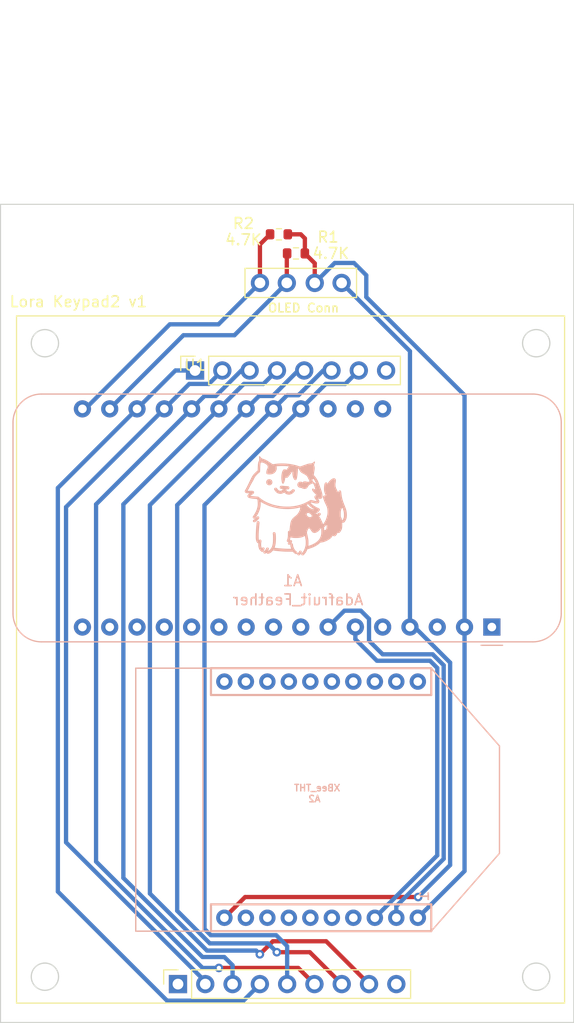
<source format=kicad_pcb>
(kicad_pcb (version 20221018) (generator pcbnew)
  (title_block (title "Lora Keypad2") (date "2023-08-30") (rev "v1"))
  (layers (0 "F.Cu" signal) (31 "B.Cu" signal) (34 "B.Paste" user) (35 "F.Paste" user) (36 "B.SilkS" user "B.Silkscreen") (37 "F.SilkS" user "F.Silkscreen") (38 "B.Mask" user) (39 "F.Mask" user) (44 "Edge.Cuts" user))
  (net 0 "")
  (net 2 "+3.3V")
  (net 4 "GND")
  (net 15 "I2C_SDA")
  (net 16 "I2C_SCL")
  (net 20 "TX")
  (net 21 "RX")
  (net 22 "C1")
  (net 23 "C2")
  (net 24 "C3")
  (net 25 "R1")
  (net 26 "R2")
  (net 27 "R3")
  (net 28 "R4")
  (footprint "Scotts:OLED-SSD1306-128X64-I2C-THT_2HOLE" (layer "F.Cu") (at 200.66 63.2 180)
    (fp_text reference "J1" hide)
    (fp_text value "OLED Conn" (at -0.254 -2.332) (layer "F.SilkS") (effects (font (size 0.8 0.8))))
    (pad "" np_thru_hole circle (at -11.65 0.5 180) (size 2.2 2.2) (drill 2.2) (layers "*.Cu" "*.Mask") (clearance 1.4))
    (pad "" np_thru_hole circle (at 11.65 0.5 180) (size 2.2 2.2) (drill 2.2) (layers "*.Cu" "*.Mask") (clearance 1.4))
    (pad "1" thru_hole circle (at 3.8 0 180) (size 1.7 1.7) (drill 1) (layers "*.Cu" "*.Mask") (net 15 "I2C_SDA"))
    (pad "2" thru_hole circle (at 1.3 0 180) (size 1.7 1.7) (drill 1) (layers "*.Cu" "*.Mask") (net 16 "I2C_SCL"))
    (pad "3" thru_hole circle (at -1.3 0 180) (size 1.7 1.7) (drill 1) (layers "*.Cu" "*.Mask") (net 2 "+3.3V"))
    (pad "4" thru_hole circle (at -3.8 0 180) (size 1.7 1.7) (drill 1) (layers "*.Cu" "*.Mask") (net 4 "GND"))
  )
  (footprint "Resistor_SMD:R_0603_1608Metric" (layer "F.Cu") (at 200.215 60.452 180)
    (fp_text reference "R1" (at -2.985 1.524) (layer "F.SilkS"))
    (fp_text value "4.7K" (at -3.239 0) (layer "F.SilkS"))
    (pad "1" smd roundrect (at -0.825 0 180) (size 0.8 0.95) (layers "F.Cu" "F.Paste" "F.Mask") (net 2 "+3.3V"))
    (pad "2" smd roundrect (at 0.825 0 180) (size 0.8 0.95) (layers "F.Cu" "F.Paste" "F.Mask") (net 16 "I2C_SCL"))
  )
  (footprint "Resistor_SMD:R_0603_1608Metric" (layer "F.Cu") (at 198.628 58.674 180)
    (fp_text reference "R2" (at 3.302 1.016) (layer "F.SilkS"))
    (fp_text value "4.7K" (at 3.302 -0.508) (layer "F.SilkS"))
    (pad "1" smd roundrect (at -0.825 0 180) (size 0.8 0.95) (layers "F.Cu" "F.Paste" "F.Mask") (net 2 "+3.3V"))
    (pad "2" smd roundrect (at 0.825 0 180) (size 0.8 0.95) (layers "F.Cu" "F.Paste" "F.Mask") (net 15 "I2C_SDA"))
  )
  (footprint "keypad:3x4_keypad" (layer "F.Cu") (at 190.82 71.355)
    (fp_text reference "U1" (at 0 -0.5 unlocked) (layer "F.SilkS"))
    (fp_text value "~")
    (fp_circle (center -13.97 -2.54) (end -13.97 -3.81) (stroke (width 0.12)) (fill none) (layer "Edge.Cuts"))
    (fp_circle (center -13.97 56.46) (end -12.7 56.46) (stroke (width 0.12)) (fill none) (layer "Edge.Cuts"))
    (fp_circle (center 31.75 -2.54) (end 30.48 -2.54) (stroke (width 0.12)) (fill none) (layer "Edge.Cuts"))
    (fp_circle (center 31.75 56.46) (end 33.02 56.46) (stroke (width 0.12)) (fill none) (layer "Edge.Cuts"))
    (pad "A1" thru_hole rect (at 0 0 90) (size 1.7 1.7) (drill 1) (layers "*.Cu" "*.Mask") (net 22 "C1"))
    (pad "A2" thru_hole oval (at 2.54 0 90) (size 1.7 1.7) (drill 1) (layers "*.Cu" "*.Mask") (net 23 "C2"))
    (pad "A3" thru_hole oval (at 5.08 0 90) (size 1.7 1.7) (drill 1) (layers "*.Cu" "*.Mask") (net 24 "C3"))
    (pad "A4" thru_hole oval (at 7.62 0 90) (size 1.7 1.7) (drill 1) (layers "*.Cu" "*.Mask") (net 25 "R1"))
    (pad "A5" thru_hole oval (at 10.16 0 90) (size 1.7 1.7) (drill 1) (layers "*.Cu" "*.Mask") (net 26 "R2"))
    (pad "A6" thru_hole oval (at 12.7 0 90) (size 1.7 1.7) (drill 1) (layers "*.Cu" "*.Mask") (net 27 "R3"))
    (pad "A7" thru_hole oval (at 15.24 0 90) (size 1.7 1.7) (drill 1) (layers "*.Cu" "*.Mask") (net 28 "R4"))
    (pad "A8" thru_hole oval (at 17.78 0 90) (size 1.7 1.7) (drill 1) (layers "*.Cu" "*.Mask"))
    (pad "B1" thru_hole rect (at -1.5875 57.15 90) (size 1.7 1.7) (drill 1) (layers "*.Cu" "*.Mask"))
    (pad "B2" thru_hole oval (at 0.9525 57.15 90) (size 1.7 1.7) (drill 1) (layers "*.Cu" "*.Mask") (net 23 "C2"))
    (pad "B3" thru_hole oval (at 3.4925 57.15 90) (size 1.7 1.7) (drill 1) (layers "*.Cu" "*.Mask") (net 25 "R1"))
    (pad "B4" thru_hole oval (at 6.0325 57.15 90) (size 1.7 1.7) (drill 1) (layers "*.Cu" "*.Mask") (net 22 "C1"))
    (pad "B5" thru_hole oval (at 8.5725 57.15 90) (size 1.7 1.7) (drill 1) (layers "*.Cu" "*.Mask") (net 28 "R4"))
    (pad "B6" thru_hole oval (at 11.1125 57.15 90) (size 1.7 1.7) (drill 1) (layers "*.Cu" "*.Mask") (net 24 "C3"))
    (pad "B7" thru_hole oval (at 13.6525 57.15 90) (size 1.7 1.7) (drill 1) (layers "*.Cu" "*.Mask") (net 27 "R3"))
    (pad "B8" thru_hole oval (at 16.1925 57.15 90) (size 1.7 1.7) (drill 1) (layers "*.Cu" "*.Mask") (net 26 "R2"))
    (pad "B9" thru_hole oval (at 18.7325 57.15 90) (size 1.7 1.7) (drill 1) (layers "*.Cu" "*.Mask"))
  )
  (footprint "Scotts:chewi_15" (layer "B.Cu") (at 200.406 82.804 180)
    (fp_text reference "G***")
    (fp_text value "LOGO" hide)
  )
  (footprint "Scotts:XBEE" (layer "B.Cu") (at 191.55156 111.3282 90)
    (fp_text reference "A2" (at 0.0762 10.37844) (layer "B.SilkS") (effects (font (size 0.6096 0.6096) (thickness 0.127)) (justify mirror)))
    (fp_text value "XBee_THT" (at 1.0922 10.63244 180) (layer "B.SilkS") (effects (font (size 0.6096 0.6096) (thickness 0.127)) (justify mirror)))
    (fp_text user "1" (at -8.9916 20.50796 90) (layer "B.SilkS") (effects (font (size 1.016 1.016) (thickness 0.1524)) (justify mirror)))
    (pad "1" thru_hole circle (at -10.9982 19.99996 90) (size 1.524 1.524) (drill 0.79756) (layers "*.Cu" "*.Mask") (net 2 "+3.3V"))
    (pad "2" thru_hole circle (at -10.9982 17.99844 90) (size 1.524 1.524) (drill 0.79756) (layers "*.Cu" "*.Mask") (net 21 "RX"))
    (pad "3" thru_hole circle (at -10.9982 15.99946 90) (size 1.524 1.524) (drill 0.79756) (layers "*.Cu" "*.Mask") (net 20 "TX"))
    (pad "4" thru_hole circle (at -10.9982 13.99794 90) (size 1.524 1.524) (drill 0.79756) (layers "*.Cu" "*.Mask"))
    (pad "5" thru_hole circle (at -10.9982 11.99896 90) (size 1.524 1.524) (drill 0.79756) (layers "*.Cu" "*.Mask"))
    (pad "6" thru_hole circle (at -10.9982 9.99998 90) (size 1.524 1.524) (drill 0.79756) (layers "*.Cu" "*.Mask"))
    (pad "7" thru_hole circle (at -10.9982 7.99846 90) (size 1.524 1.524) (drill 0.79756) (layers "*.Cu" "*.Mask"))
    (pad "8" thru_hole circle (at -10.9982 5.99948 90) (size 1.524 1.524) (drill 0.79756) (layers "*.Cu" "*.Mask"))
    (pad "9" thru_hole circle (at -10.9982 3.99796 90) (size 1.524 1.524) (drill 0.79756) (layers "*.Cu" "*.Mask"))
    (pad "10" thru_hole circle (at -10.9982 1.99898 90) (size 1.524 1.524) (drill 0.79756) (layers "*.Cu" "*.Mask") (net 4 "GND"))
    (pad "11" thru_hole circle (at 10.9982 1.99898 90) (size 1.524 1.524) (drill 0.79756) (layers "*.Cu" "*.Mask"))
    (pad "12" thru_hole circle (at 10.9982 3.99796 90) (size 1.524 1.524) (drill 0.79756) (layers "*.Cu" "*.Mask"))
    (pad "13" thru_hole circle (at 10.9982 5.99948 90) (size 1.524 1.524) (drill 0.79756) (layers "*.Cu" "*.Mask"))
    (pad "14" thru_hole circle (at 10.9982 7.99846 90) (size 1.524 1.524) (drill 0.79756) (layers "*.Cu" "*.Mask"))
    (pad "15" thru_hole circle (at 10.9982 9.99998 90) (size 1.524 1.524) (drill 0.79756) (layers "*.Cu" "*.Mask"))
    (pad "16" thru_hole circle (at 10.9982 11.99896 90) (size 1.524 1.524) (drill 0.79756) (layers "*.Cu" "*.Mask"))
    (pad "17" thru_hole circle (at 10.9982 13.99794 90) (size 1.524 1.524) (drill 0.79756) (layers "*.Cu" "*.Mask"))
    (pad "18" thru_hole circle (at 10.9982 15.99946 90) (size 1.524 1.524) (drill 0.79756) (layers "*.Cu" "*.Mask"))
    (pad "19" thru_hole circle (at 10.9982 17.99844 90) (size 1.524 1.524) (drill 0.79756) (layers "*.Cu" "*.Mask"))
    (pad "20" thru_hole circle (at 10.9982 19.99996 90) (size 1.524 1.524) (drill 0.79756) (layers "*.Cu" "*.Mask"))
  )
  (footprint "Module:Adafruit_Feather" (layer "B.Cu") (at 218.44 95.25 90)
    (fp_text reference "A1" (at 4.318 -18.542 180) (layer "B.SilkS") (effects (justify mirror)))
    (fp_text value "Adafruit_Feather" (at 2.54 -18.034 180) (layer "B.SilkS") (effects (justify mirror)))
    (pad "1" thru_hole rect (at 0 0 270) (size 1.6 1.6) (drill 0.8) (layers "*.Cu" "*.Mask"))
    (pad "2" thru_hole circle (at 0 -2.54 270) (size 1.6 1.6) (drill 0.8) (layers "*.Cu" "*.Mask") (net 2 "+3.3V"))
    (pad "3" thru_hole circle (at 0 -5.08 270) (size 1.6 1.6) (drill 0.8) (layers "*.Cu" "*.Mask"))
    (pad "4" thru_hole circle (at 0 -7.62 270) (size 1.6 1.6) (drill 0.8) (layers "*.Cu" "*.Mask") (net 4 "GND"))
    (pad "5" thru_hole circle (at 0 -10.16 270) (size 1.6 1.6) (drill 0.8) (layers "*.Cu" "*.Mask"))
    (pad "6" thru_hole circle (at 0 -12.7 270) (size 1.6 1.6) (drill 0.8) (layers "*.Cu" "*.Mask") (net 20 "TX"))
    (pad "7" thru_hole circle (at 0 -15.24 270) (size 1.6 1.6) (drill 0.8) (layers "*.Cu" "*.Mask") (net 21 "RX"))
    (pad "8" thru_hole circle (at 0 -17.78 270) (size 1.6 1.6) (drill 0.8) (layers "*.Cu" "*.Mask"))
    (pad "9" thru_hole circle (at 0 -20.32 270) (size 1.6 1.6) (drill 0.8) (layers "*.Cu" "*.Mask"))
    (pad "10" thru_hole circle (at 0 -22.86 270) (size 1.6 1.6) (drill 0.8) (layers "*.Cu" "*.Mask"))
    (pad "11" thru_hole circle (at 0 -25.4 270) (size 1.6 1.6) (drill 0.8) (layers "*.Cu" "*.Mask"))
    (pad "12" thru_hole circle (at 0 -27.94 270) (size 1.6 1.6) (drill 0.8) (layers "*.Cu" "*.Mask"))
    (pad "13" thru_hole circle (at 0 -30.48 270) (size 1.6 1.6) (drill 0.8) (layers "*.Cu" "*.Mask"))
    (pad "14" thru_hole circle (at 0 -33.02 270) (size 1.6 1.6) (drill 0.8) (layers "*.Cu" "*.Mask"))
    (pad "15" thru_hole circle (at 0 -35.56 270) (size 1.6 1.6) (drill 0.8) (layers "*.Cu" "*.Mask"))
    (pad "16" thru_hole circle (at 0 -38.1 270) (size 1.6 1.6) (drill 0.8) (layers "*.Cu" "*.Mask"))
    (pad "17" thru_hole circle (at 20.32 -38.1 270) (size 1.6 1.6) (drill 0.8) (layers "*.Cu" "*.Mask") (net 15 "I2C_SDA"))
    (pad "18" thru_hole circle (at 20.32 -35.56 270) (size 1.6 1.6) (drill 0.8) (layers "*.Cu" "*.Mask") (net 16 "I2C_SCL"))
    (pad "19" thru_hole circle (at 20.32 -33.02 270) (size 1.6 1.6) (drill 0.8) (layers "*.Cu" "*.Mask") (net 22 "C1"))
    (pad "20" thru_hole circle (at 20.32 -30.48 270) (size 1.6 1.6) (drill 0.8) (layers "*.Cu" "*.Mask") (net 23 "C2"))
    (pad "21" thru_hole circle (at 20.32 -27.94 270) (size 1.6 1.6) (drill 0.8) (layers "*.Cu" "*.Mask") (net 24 "C3"))
    (pad "22" thru_hole circle (at 20.32 -25.4 270) (size 1.6 1.6) (drill 0.8) (layers "*.Cu" "*.Mask") (net 25 "R1"))
    (pad "23" thru_hole circle (at 20.32 -22.86 270) (size 1.6 1.6) (drill 0.8) (layers "*.Cu" "*.Mask") (net 26 "R2"))
    (pad "24" thru_hole circle (at 20.32 -20.32 270) (size 1.6 1.6) (drill 0.8) (layers "*.Cu" "*.Mask") (net 27 "R3"))
    (pad "25" thru_hole circle (at 20.32 -17.78 270) (size 1.6 1.6) (drill 0.8) (layers "*.Cu" "*.Mask") (net 28 "R4"))
    (pad "26" thru_hole circle (at 20.32 -15.24 270) (size 1.6 1.6) (drill 0.8) (layers "*.Cu" "*.Mask"))
    (pad "27" thru_hole circle (at 20.32 -12.7 270) (size 1.6 1.6) (drill 0.8) (layers "*.Cu" "*.Mask"))
    (pad "28" thru_hole circle (at 20.32 -10.16 270) (size 1.6 1.6) (drill 0.8) (layers "*.Cu" "*.Mask"))
  )
  (gr_line (start 172.72 132.08) (end 172.72 55.88) (stroke (width 0.1)) (layer "Edge.Cuts"))
  (gr_line (start 172.72 55.88) (end 226.06 55.88) (stroke (width 0.1)) (layer "Edge.Cuts"))
  (gr_line (start 226.06 132.08) (end 172.72 132.08) (stroke (width 0.1)) (layer "Edge.Cuts"))
  (gr_line (start 226.06 55.88) (end 226.06 132.08) (stroke (width 0.1)) (layer "Edge.Cuts"))
  (gr_text "${TITLE} ${REVISION}" (at 173.482 65.532) (layer "F.SilkS") (effects (font (size 1 1)) (justify left bottom)))
  (segment (start 200.66 58.674) (end 201.04 59.054) (width 0.4) (layer "F.Cu") (net 2))
  (segment (start 199.453 58.674) (end 200.66 58.674) (width 0.4) (layer "F.Cu") (net 2))
  (segment (start 201.96 63.2) (end 201.96 61.372) (width 0.4) (layer "F.Cu") (net 2))
  (segment (start 201.96 61.372) (end 201.04 60.452) (width 0.4) (layer "F.Cu") (net 2))
  (segment (start 201.04 59.054) (end 201.04 60.452) (width 0.4) (layer "F.Cu") (net 2))
  (segment (start 206.756 62.484) (end 205.613 61.341) (width 0.4) (layer "B.Cu") (net 2))
  (segment (start 206.756 64.516) (end 206.756 62.484) (width 0.4) (layer "B.Cu") (net 2))
  (segment (start 215.9 73.66) (end 206.756 64.516) (width 0.4) (layer "B.Cu") (net 2))
  (segment (start 215.9 117.97792) (end 211.55152 122.3264) (width 0.4) (layer "B.Cu") (net 2))
  (segment (start 205.613 61.341) (end 203.819 61.341) (width 0.4) (layer "B.Cu") (net 2))
  (segment (start 203.819 61.341) (end 201.96 63.2) (width 0.4) (layer "B.Cu") (net 2))
  (segment (start 215.9 95.25) (end 215.9 73.66) (width 0.4) (layer "B.Cu") (net 2))
  (segment (start 215.9 95.25) (end 215.9 117.97792) (width 0.4) (layer "B.Cu") (net 2))
  (segment (start 195.48094 120.396) (end 193.55054 122.3264) (width 0.4) (layer "F.Cu") (net 4))
  (segment (start 211.582 120.396) (end 195.48094 120.396) (width 0.4) (layer "F.Cu") (net 4))
  (via (at 211.582 120.396) (size 0.8) (drill 0.4) (layers "F.Cu" "B.Cu") (net 4))
  (segment (start 214.56 98.562944) (end 214.56 117.418) (width 0.4) (layer "B.Cu") (net 4))
  (segment (start 210.82 95.25) (end 211.247056 95.25) (width 0.4) (layer "B.Cu") (net 4))
  (segment (start 214.56 117.418) (end 211.582 120.396) (width 0.4) (layer "B.Cu") (net 4))
  (segment (start 211.247056 95.25) (end 214.56 98.562944) (width 0.4) (layer "B.Cu") (net 4))
  (segment (start 210.82 69.56) (end 210.82 95.25) (width 0.4) (layer "B.Cu") (net 4))
  (segment (start 204.46 63.2) (end 210.82 69.56) (width 0.4) (layer "B.Cu") (net 4))
  (segment (start 196.86 59.617) (end 196.86 63.2) (width 0.4) (layer "F.Cu") (net 15))
  (segment (start 197.803 58.674) (end 196.86 59.617) (width 0.4) (layer "F.Cu") (net 15))
  (segment (start 180.598377 74.93) (end 180.34 74.93) (width 0.4) (layer "B.Cu") (net 15))
  (segment (start 196.86 63.2) (end 193.004 67.056) (width 0.4) (layer "B.Cu") (net 15))
  (segment (start 193.004 67.056) (end 188.472377 67.056) (width 0.4) (layer "B.Cu") (net 15))
  (segment (start 188.472377 67.056) (end 180.598377 74.93) (width 0.4) (layer "B.Cu") (net 15))
  (segment (start 199.36 60.482) (end 199.39 60.452) (width 0.4) (layer "F.Cu") (net 16))
  (segment (start 199.36 63.2) (end 199.36 60.482) (width 0.4) (layer "F.Cu") (net 16))
  (segment (start 199.36 63.2) (end 194.488 68.072) (width 0.4) (layer "B.Cu") (net 16))
  (segment (start 189.738 68.072) (end 182.88 74.93) (width 0.4) (layer "B.Cu") (net 16))
  (segment (start 194.488 68.072) (end 189.738 68.072) (width 0.4) (layer "B.Cu") (net 16))
  (segment (start 207.74863 98.39) (end 212.69 98.39) (width 0.4) (layer "B.Cu") (net 20))
  (segment (start 212.69 98.39) (end 213.36 99.06) (width 0.4) (layer "B.Cu") (net 20))
  (segment (start 213.36 116.51742) (end 207.55102 122.3264) (width 0.4) (layer "B.Cu") (net 20))
  (segment (start 205.74 95.25) (end 205.74 96.38137) (width 0.4) (layer "B.Cu") (net 20))
  (segment (start 205.74 96.38137) (end 207.74863 98.39) (width 0.4) (layer "B.Cu") (net 20))
  (segment (start 213.36 99.06) (end 213.36 116.51742) (width 0.4) (layer "B.Cu") (net 20))
  (segment (start 204.724 93.726) (end 203.2 95.25) (width 0.4) (layer "B.Cu") (net 21))
  (segment (start 213.96 116.83877) (end 213.96 98.811472) (width 0.4) (layer "B.Cu") (net 21))
  (segment (start 212.938528 97.79) (end 208.28 97.79) (width 0.4) (layer "B.Cu") (net 21))
  (segment (start 206.248 93.726) (end 204.724 93.726) (width 0.4) (layer "B.Cu") (net 21))
  (segment (start 207.01 96.52) (end 207.01 94.488) (width 0.4) (layer "B.Cu") (net 21))
  (segment (start 209.55 121.24877) (end 213.96 116.83877) (width 0.4) (layer "B.Cu") (net 21))
  (segment (start 207.01 94.488) (end 206.248 93.726) (width 0.4) (layer "B.Cu") (net 21))
  (segment (start 213.96 98.811472) (end 212.938528 97.79) (width 0.4) (layer "B.Cu") (net 21))
  (segment (start 208.28 97.79) (end 207.01 96.52) (width 0.4) (layer "B.Cu") (net 21))
  (segment (start 209.55 122.3264) (end 209.55 121.24877) (width 0.4) (layer "B.Cu") (net 21))
  (segment (start 190.82 71.355) (end 188.995 71.355) (width 0.4) (layer "B.Cu") (net 22))
  (segment (start 195.326 130.048) (end 196.8525 128.5215) (width 0.4) (layer "B.Cu") (net 22))
  (segment (start 188.995 71.355) (end 185.42 74.93) (width 0.4) (layer "B.Cu") (net 22))
  (segment (start 178.054 82.296) (end 178.054 119.888) (width 0.4) (layer "B.Cu") (net 22))
  (segment (start 185.42 74.93) (end 178.054 82.296) (width 0.4) (layer "B.Cu") (net 22))
  (segment (start 196.8525 128.5215) (end 196.8525 128.505) (width 0.4) (layer "B.Cu") (net 22))
  (segment (start 178.054 119.888) (end 188.214 130.048) (width 0.4) (layer "B.Cu") (net 22))
  (segment (start 188.214 130.048) (end 195.326 130.048) (width 0.4) (layer "B.Cu") (net 22))
  (segment (start 178.816 84.074) (end 178.816 115.30525) (width 0.4) (layer "B.Cu") (net 23))
  (segment (start 192.11 72.605) (end 190.285 72.605) (width 0.4) (layer "B.Cu") (net 23))
  (segment (start 187.96 74.93) (end 178.816 84.074) (width 0.4) (layer "B.Cu") (net 23))
  (segment (start 191.7725 128.26175) (end 191.7725 128.505) (width 0.4) (layer "B.Cu") (net 23))
  (segment (start 190.285 72.605) (end 187.96 74.93) (width 0.4) (layer "B.Cu") (net 23))
  (segment (start 178.816 115.30525) (end 191.7725 128.26175) (width 0.4) (layer "B.Cu") (net 23))
  (segment (start 193.36 71.355) (end 192.11 72.605) (width 0.4) (layer "B.Cu") (net 23))
  (segment (start 201.9325 128.505) (end 200.427496 126.999996) (width 0.4) (layer "F.Cu") (net 24))
  (segment (start 200.427496 126.999996) (end 193.04 126.999996) (width 0.4) (layer "F.Cu") (net 24))
  (via (at 193.04 126.999996) (size 0.8) (drill 0.4) (layers "F.Cu" "B.Cu") (net 24))
  (segment (start 195.127767 71.355) (end 192.752767 73.73) (width 0.4) (layer "B.Cu") (net 24))
  (segment (start 190.5 74.93) (end 181.61 83.82) (width 0.4) (layer "B.Cu") (net 24))
  (segment (start 191.515996 126.999996) (end 193.04 126.999996) (width 0.4) (layer "B.Cu") (net 24))
  (segment (start 181.61 117.094) (end 191.515996 126.999996) (width 0.4) (layer "B.Cu") (net 24))
  (segment (start 181.61 83.82) (end 181.61 117.094) (width 0.4) (layer "B.Cu") (net 24))
  (segment (start 195.9 71.355) (end 195.127767 71.355) (width 0.4) (layer "B.Cu") (net 24))
  (segment (start 192.752767 73.73) (end 191.7 73.73) (width 0.4) (layer "B.Cu") (net 24))
  (segment (start 191.7 73.73) (end 190.5 74.93) (width 0.4) (layer "B.Cu") (net 24))
  (segment (start 184.15 118.618) (end 184.15 83.82) (width 0.4) (layer "B.Cu") (net 25))
  (segment (start 195.365 72.605) (end 193.04 74.93) (width 0.4) (layer "B.Cu") (net 25))
  (segment (start 194.3125 126.7485) (end 193.548 125.984) (width 0.4) (layer "B.Cu") (net 25))
  (segment (start 194.3125 128.505) (end 194.3125 126.7485) (width 0.4) (layer "B.Cu") (net 25))
  (segment (start 191.516 125.984) (end 184.15 118.618) (width 0.4) (layer "B.Cu") (net 25))
  (segment (start 198.44 71.355) (end 197.19 72.605) (width 0.4) (layer "B.Cu") (net 25))
  (segment (start 184.15 83.82) (end 193.04 74.93) (width 0.4) (layer "B.Cu") (net 25))
  (segment (start 197.19 72.605) (end 195.365 72.605) (width 0.4) (layer "B.Cu") (net 25))
  (segment (start 193.548 125.984) (end 191.516 125.984) (width 0.4) (layer "B.Cu") (net 25))
  (segment (start 198.064417 124.515589) (end 196.85 125.730006) (width 0.4) (layer "F.Cu") (net 26))
  (segment (start 207.0125 128.505) (end 203.023089 124.515589) (width 0.4) (layer "F.Cu") (net 26))
  (segment (start 203.023089 124.515589) (end 198.064417 124.515589) (width 0.4) (layer "F.Cu") (net 26))
  (via (at 196.85 125.730006) (size 0.8) (drill 0.4) (layers "F.Cu" "B.Cu") (net 26))
  (segment (start 200.98 71.355) (end 200.425 71.355) (width 0.4) (layer "B.Cu") (net 26))
  (segment (start 191.932 125.384) (end 196.503994 125.384) (width 0.4) (layer "B.Cu") (net 26))
  (segment (start 200.425 71.355) (end 198.05 73.73) (width 0.4) (layer "B.Cu") (net 26))
  (segment (start 198.05 73.73) (end 196.78 73.73) (width 0.4) (layer "B.Cu") (net 26))
  (segment (start 196.78 73.73) (end 195.58 74.93) (width 0.4) (layer "B.Cu") (net 26))
  (segment (start 195.58 74.93) (end 186.62 83.89) (width 0.4) (layer "B.Cu") (net 26))
  (segment (start 186.62 120.072) (end 191.932 125.384) (width 0.4) (layer "B.Cu") (net 26))
  (segment (start 186.62 83.89) (end 186.62 120.072) (width 0.4) (layer "B.Cu") (net 26))
  (segment (start 196.503994 125.384) (end 196.85 125.730006) (width 0.4) (layer "B.Cu") (net 26))
  (segment (start 201.501186 125.533686) (end 198.431686 125.533686) (width 0.4) (layer "F.Cu") (net 27))
  (segment (start 204.4725 128.505) (end 201.501186 125.533686) (width 0.4) (layer "F.Cu") (net 27))
  (via (at 198.431686 125.533686) (size 0.8) (drill 0.4) (layers "F.Cu" "B.Cu") (net 27))
  (segment (start 202.747767 71.355) (end 200.442767 73.66) (width 0.4) (layer "B.Cu") (net 27))
  (segment (start 199.39 73.66) (end 198.12 74.93) (width 0.4) (layer "B.Cu") (net 27))
  (segment (start 189.16 83.89) (end 189.16 121.676944) (width 0.4) (layer "B.Cu") (net 27))
  (segment (start 192.197056 124.714) (end 197.612 124.714) (width 0.4) (layer "B.Cu") (net 27))
  (segment (start 200.442767 73.66) (end 199.39 73.66) (width 0.4) (layer "B.Cu") (net 27))
  (segment (start 198.12 74.93) (end 189.16 83.89) (width 0.4) (layer "B.Cu") (net 27))
  (segment (start 197.612 124.714) (end 198.431686 125.533686) (width 0.4) (layer "B.Cu") (net 27))
  (segment (start 203.52 71.355) (end 202.747767 71.355) (width 0.4) (layer "B.Cu") (net 27))
  (segment (start 189.16 121.676944) (end 192.197056 124.714) (width 0.4) (layer "B.Cu") (net 27))
  (segment (start 202.985 72.605) (end 200.66 74.93) (width 0.4) (layer "B.Cu") (net 28))
  (segment (start 192.283584 123.952) (end 198.374 123.952) (width 0.4) (layer "B.Cu") (net 28))
  (segment (start 206.06 71.355) (end 204.81 72.605) (width 0.4) (layer "B.Cu") (net 28))
  (segment (start 199.3925 124.9705) (end 199.3925 128.505) (width 0.4) (layer "B.Cu") (net 28))
  (segment (start 198.374 123.952) (end 199.3925 124.9705) (width 0.4) (layer "B.Cu") (net 28))
  (segment (start 191.7 83.89) (end 191.7 123.368416) (width 0.4) (layer "B.Cu") (net 28))
  (segment (start 204.81 72.605) (end 202.985 72.605) (width 0.4) (layer "B.Cu") (net 28))
  (segment (start 191.7 123.368416) (end 192.283584 123.952) (width 0.4) (layer "B.Cu") (net 28))
  (segment (start 200.66 74.93) (end 191.7 83.89) (width 0.4) (layer "B.Cu") (net 28))
)
</source>
